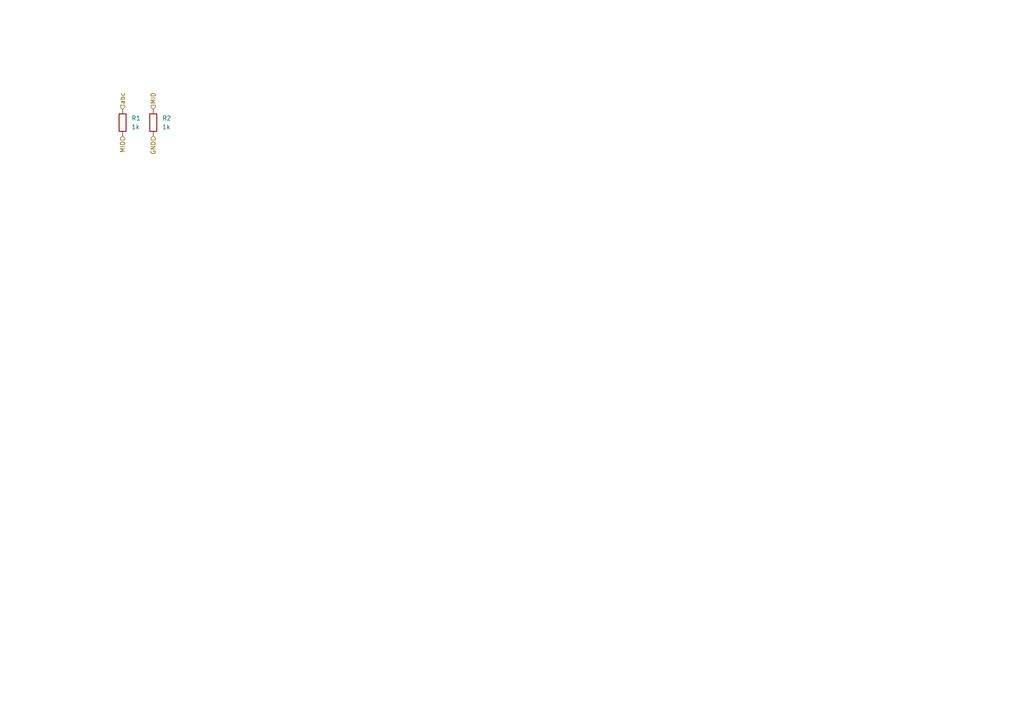
<source format=kicad_sch>
(kicad_sch (version 20250114) (generator "eeschema") (generator_version "9.0")
  (paper "A4")
  (lib_symbols
    (symbol "Device:R" (pin_numbers (hide yes)) (pin_names (offset 0))
      (property "Reference" "R" (at 2.032 0 90))
      (property "Value" "R" (at 0 0 90))
      (symbol "R_0_1"
        (rectangle (start -1.016 -2.54) (end 1.016 2.54) (stroke (width 0.254)))
      )
      (symbol "R_1_1"
        (pin passive line (at 0 3.81 270) (length 1.27) (name "~") (number "1"))
        (pin passive line (at 0 -3.81 90) (length 1.27) (name "~") (number "2"))
      )
    )
  )
  (hierarchical_label "GND" (shape input) (at 44.45 39.37 270))
  (hierarchical_label "MID" (shape input) (at 44.45 31.75 90))
  (hierarchical_label "MID" (shape input) (at 35.56 39.37 270))
  (hierarchical_label "abc" (shape input) (at 35.56 31.75 90))
  (symbol (lib_id "Device:R") (at 44.45 35.56 0) (unit 1)
    (property "Reference" "R2" (at 46.99 34.2899 0) (effects (justify left)))
    (property "Value" "1k" (at 46.99 36.8299 0) (effects (justify left)))
    (property "Footprint" "Resistor_SMD:R_0603_1608Metric" (effects (hide yes)))
    (property "Description" "Resistor" (effects (hide yes)))
  )
  (symbol (lib_id "Device:R") (at 35.56 35.56 0) (unit 1)
    (property "Reference" "R1" (at 38.1 34.2899 0) (effects (justify left)))
    (property "Value" "1k" (at 38.1 36.8299 0) (effects (justify left)))
    (property "Footprint" "Resistor_SMD:R_0603_1608Metric" (effects (hide yes)))
    (property "Description" "Resistor" (effects (hide yes)))
  )
)
</source>
